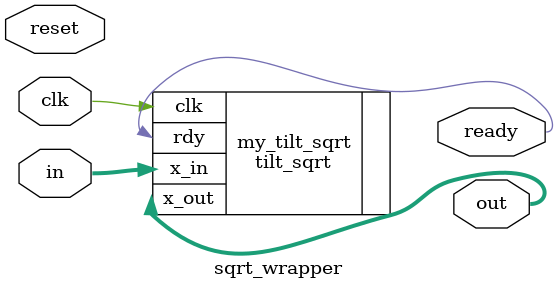
<source format=v>
`timescale 1ns / 1ps
module sqrt_wrapper(
    input reset,
    input clk,
    input [21:0] in,
    output [11:0] out,
	 output ready
    );
	 
	 tilt_sqrt my_tilt_sqrt (
		.x_in(in), // input [21 : 0] x_in
		.x_out(out), // output [11 : 0] x_out
		.rdy(ready), // output rdy
		.clk(clk) // input clk
		);


endmodule

</source>
